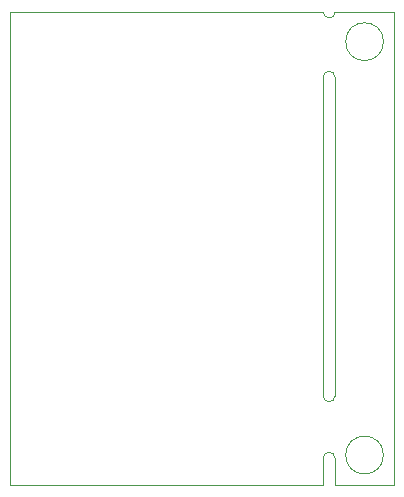
<source format=gm1>
G04 #@! TF.FileFunction,Profile,NP*
%FSLAX46Y46*%
G04 Gerber Fmt 4.6, Leading zero omitted, Abs format (unit mm)*
G04 Created by KiCad (PCBNEW 4.0.2-stable) date 05/06/2016 01:14:18*
%MOMM*%
G01*
G04 APERTURE LIST*
%ADD10C,0.100000*%
G04 APERTURE END LIST*
D10*
X137000000Y-50500000D02*
G75*
G03X137500000Y-50000000I0J500000D01*
G01*
X136500000Y-50000000D02*
G75*
G03X137000000Y-50500000I500000J0D01*
G01*
X136500000Y-57750000D02*
X136500000Y-55500000D01*
X137500000Y-55500000D02*
X137500000Y-57750000D01*
X137500000Y-55500000D02*
G75*
G03X137000000Y-55000000I-500000J0D01*
G01*
X137000000Y-55000000D02*
G75*
G03X136500000Y-55500000I0J-500000D01*
G01*
X137500000Y-65750000D02*
X137500000Y-70500000D01*
X136500000Y-58500000D02*
X136500000Y-63250000D01*
X136500000Y-75500000D02*
X136500000Y-70750000D01*
X137500000Y-70750000D02*
X137500000Y-75500000D01*
X136500000Y-87750000D02*
X136500000Y-90000000D01*
X137500000Y-90000000D02*
X137500000Y-87750000D01*
X137500000Y-57750000D02*
X137500000Y-65750000D01*
X137500000Y-70500000D02*
X137500000Y-70750000D01*
X136500000Y-63500000D02*
X136500000Y-70750000D01*
X136500000Y-63500000D02*
X136500000Y-63250000D01*
X141600000Y-87500000D02*
G75*
G03X141600000Y-87500000I-1600000J0D01*
G01*
X141600000Y-52500000D02*
G75*
G03X141600000Y-52500000I-1600000J0D01*
G01*
X136500000Y-58500000D02*
X136500000Y-57750000D01*
X142500000Y-90000000D02*
X140000000Y-90000000D01*
X142500000Y-50000000D02*
X139000000Y-50000000D01*
X142500000Y-90000000D02*
X142500000Y-50000000D01*
X139000000Y-50000000D02*
X137500000Y-50000000D01*
X136500000Y-50000000D02*
X110000000Y-50000000D01*
X136500000Y-82500000D02*
X136500000Y-75500000D01*
X137500000Y-75500000D02*
X137500000Y-82500000D01*
X137000000Y-83000000D02*
G75*
G03X137500000Y-82500000I0J500000D01*
G01*
X136500000Y-82500000D02*
G75*
G03X137000000Y-83000000I500000J0D01*
G01*
X137500000Y-87750000D02*
G75*
G03X137000000Y-87250000I-500000J0D01*
G01*
X137000000Y-87250000D02*
G75*
G03X136500000Y-87750000I0J-500000D01*
G01*
X137500000Y-90000000D02*
X139000000Y-90000000D01*
X136500000Y-90000000D02*
X110000000Y-90000000D01*
X140000000Y-90000000D02*
X139000000Y-90000000D01*
X110000000Y-50000000D02*
X110000000Y-90000000D01*
M02*

</source>
